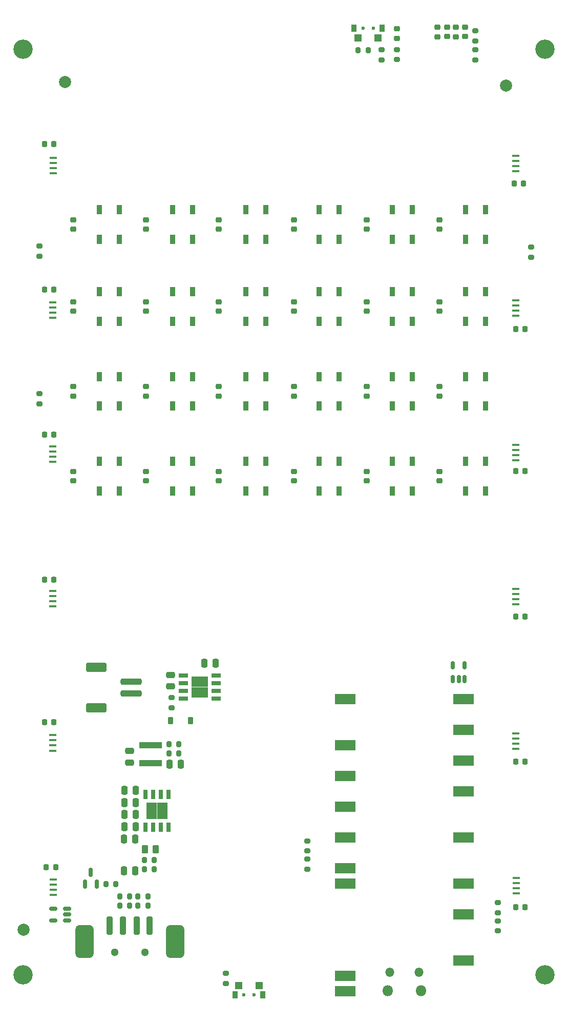
<source format=gbr>
%TF.GenerationSoftware,KiCad,Pcbnew,(7.0.0-0)*%
%TF.CreationDate,2023-03-24T11:45:06-07:00*%
%TF.ProjectId,dfh_badge,6466685f-6261-4646-9765-2e6b69636164,rev?*%
%TF.SameCoordinates,Original*%
%TF.FileFunction,Soldermask,Top*%
%TF.FilePolarity,Negative*%
%FSLAX46Y46*%
G04 Gerber Fmt 4.6, Leading zero omitted, Abs format (unit mm)*
G04 Created by KiCad (PCBNEW (7.0.0-0)) date 2023-03-24 11:45:06*
%MOMM*%
%LPD*%
G01*
G04 APERTURE LIST*
G04 Aperture macros list*
%AMRoundRect*
0 Rectangle with rounded corners*
0 $1 Rounding radius*
0 $2 $3 $4 $5 $6 $7 $8 $9 X,Y pos of 4 corners*
0 Add a 4 corners polygon primitive as box body*
4,1,4,$2,$3,$4,$5,$6,$7,$8,$9,$2,$3,0*
0 Add four circle primitives for the rounded corners*
1,1,$1+$1,$2,$3*
1,1,$1+$1,$4,$5*
1,1,$1+$1,$6,$7*
1,1,$1+$1,$8,$9*
0 Add four rect primitives between the rounded corners*
20,1,$1+$1,$2,$3,$4,$5,0*
20,1,$1+$1,$4,$5,$6,$7,0*
20,1,$1+$1,$6,$7,$8,$9,0*
20,1,$1+$1,$8,$9,$2,$3,0*%
G04 Aperture macros list end*
%ADD10RoundRect,0.225000X0.250000X-0.225000X0.250000X0.225000X-0.250000X0.225000X-0.250000X-0.225000X0*%
%ADD11RoundRect,0.225000X0.225000X0.250000X-0.225000X0.250000X-0.225000X-0.250000X0.225000X-0.250000X0*%
%ADD12R,0.900000X1.500000*%
%ADD13RoundRect,0.150000X0.512500X0.150000X-0.512500X0.150000X-0.512500X-0.150000X0.512500X-0.150000X0*%
%ADD14C,3.200000*%
%ADD15RoundRect,0.200000X-0.275000X0.200000X-0.275000X-0.200000X0.275000X-0.200000X0.275000X0.200000X0*%
%ADD16RoundRect,0.225000X-0.225000X-0.250000X0.225000X-0.250000X0.225000X0.250000X-0.225000X0.250000X0*%
%ADD17RoundRect,0.200000X-0.200000X-0.275000X0.200000X-0.275000X0.200000X0.275000X-0.200000X0.275000X0*%
%ADD18RoundRect,0.250000X-0.250000X-0.475000X0.250000X-0.475000X0.250000X0.475000X-0.250000X0.475000X0*%
%ADD19RoundRect,0.200000X0.200000X0.275000X-0.200000X0.275000X-0.200000X-0.275000X0.200000X-0.275000X0*%
%ADD20R,1.300000X0.420000*%
%ADD21RoundRect,0.250000X0.250000X0.475000X-0.250000X0.475000X-0.250000X-0.475000X0.250000X-0.475000X0*%
%ADD22C,0.600000*%
%ADD23R,1.150000X1.300000*%
%ADD24R,0.900000X1.200000*%
%ADD25RoundRect,0.250000X0.475000X-0.250000X0.475000X0.250000X-0.475000X0.250000X-0.475000X-0.250000X0*%
%ADD26C,2.000000*%
%ADD27C,1.300000*%
%ADD28RoundRect,0.250000X0.250000X-1.250000X0.250000X1.250000X-0.250000X1.250000X-0.250000X-1.250000X0*%
%ADD29RoundRect,0.750000X-0.750000X-2.000000X0.750000X-2.000000X0.750000X2.000000X-0.750000X2.000000X0*%
%ADD30RoundRect,0.150000X0.150000X-0.512500X0.150000X0.512500X-0.150000X0.512500X-0.150000X-0.512500X0*%
%ADD31RoundRect,0.250000X-1.500000X0.250000X-1.500000X-0.250000X1.500000X-0.250000X1.500000X0.250000X0*%
%ADD32RoundRect,0.250001X-1.449999X0.499999X-1.449999X-0.499999X1.449999X-0.499999X1.449999X0.499999X0*%
%ADD33R,1.500000X0.650000*%
%ADD34R,1.350000X1.800000*%
%ADD35RoundRect,0.225000X0.225000X0.375000X-0.225000X0.375000X-0.225000X-0.375000X0.225000X-0.375000X0*%
%ADD36R,3.700000X1.100000*%
%ADD37RoundRect,0.250000X-0.475000X0.250000X-0.475000X-0.250000X0.475000X-0.250000X0.475000X0.250000X0*%
%ADD38RoundRect,0.250000X0.262500X0.450000X-0.262500X0.450000X-0.262500X-0.450000X0.262500X-0.450000X0*%
%ADD39O,1.800000X1.800000*%
%ADD40O,1.500000X1.500000*%
%ADD41R,3.500000X1.700000*%
%ADD42RoundRect,0.218750X0.256250X-0.218750X0.256250X0.218750X-0.256250X0.218750X-0.256250X-0.218750X0*%
%ADD43RoundRect,0.218750X-0.256250X0.218750X-0.256250X-0.218750X0.256250X-0.218750X0.256250X0.218750X0*%
%ADD44R,0.650000X1.500000*%
%ADD45R,1.800000X1.350000*%
%ADD46RoundRect,0.150000X0.150000X-0.587500X0.150000X0.587500X-0.150000X0.587500X-0.150000X-0.587500X0*%
%ADD47RoundRect,0.200000X0.275000X-0.200000X0.275000X0.200000X-0.275000X0.200000X-0.275000X-0.200000X0*%
G04 APERTURE END LIST*
D10*
%TO.C,C22*%
X41275000Y-81350000D03*
X41275000Y-79800000D03*
%TD*%
D11*
%TO.C,C45*%
X115975001Y-141752500D03*
X114425001Y-141752500D03*
%TD*%
D12*
%TO.C,D26*%
X97324999Y-50574999D03*
X94024999Y-50574999D03*
X94024999Y-55474999D03*
X97324999Y-55474999D03*
%TD*%
D13*
%TO.C,U2*%
X40237500Y-167950000D03*
X40237500Y-167000000D03*
X40237500Y-166050000D03*
X37962500Y-166050000D03*
X37962500Y-167950000D03*
%TD*%
D14*
%TO.C,REF\u002A\u002A*%
X33000000Y-24075000D03*
%TD*%
D15*
%TO.C,R23*%
X111450000Y-168075000D03*
X111450000Y-169725000D03*
%TD*%
D16*
%TO.C,C40*%
X36540000Y-87725000D03*
X38090000Y-87725000D03*
%TD*%
D17*
%TO.C,R9*%
X53020000Y-159500000D03*
X54670000Y-159500000D03*
%TD*%
D18*
%TO.C,C5*%
X57190000Y-142170000D03*
X59090000Y-142170000D03*
%TD*%
D19*
%TO.C,R16*%
X58735000Y-140400000D03*
X57085000Y-140400000D03*
%TD*%
D20*
%TO.C,D33*%
X37849999Y-113534999D03*
X37849999Y-114384999D03*
X37849999Y-115234999D03*
X37849999Y-116084999D03*
%TD*%
D10*
%TO.C,C12*%
X89775000Y-95350000D03*
X89775000Y-93800000D03*
%TD*%
%TO.C,C29*%
X101775000Y-53800000D03*
X101775000Y-52250000D03*
%TD*%
D21*
%TO.C,C10*%
X51595000Y-146500000D03*
X49695000Y-146500000D03*
%TD*%
D22*
%TO.C,SW2*%
X89150000Y-20625000D03*
X90850000Y-20625000D03*
D23*
X88324999Y-22174999D03*
X91674999Y-22174999D03*
D24*
X87699999Y-20624999D03*
X92299999Y-20624999D03*
%TD*%
D20*
%TO.C,D39*%
X114399999Y-91929999D03*
X114399999Y-91079999D03*
X114399999Y-90229999D03*
X114399999Y-89379999D03*
%TD*%
D12*
%TO.C,D13*%
X109424999Y-78124999D03*
X106124999Y-78124999D03*
X106124999Y-83024999D03*
X109424999Y-83024999D03*
%TD*%
D20*
%TO.C,D36*%
X37949999Y-41999999D03*
X37949999Y-42849999D03*
X37949999Y-43699999D03*
X37949999Y-44549999D03*
%TD*%
%TO.C,D42*%
X114487499Y-163474999D03*
X114487499Y-162624999D03*
X114487499Y-161774999D03*
X114487499Y-160924999D03*
%TD*%
D10*
%TO.C,C32*%
X65275000Y-53800000D03*
X65275000Y-52250000D03*
%TD*%
D25*
%TO.C,C1*%
X57350000Y-129295000D03*
X57350000Y-127395000D03*
%TD*%
D12*
%TO.C,D8*%
X97324999Y-92124999D03*
X94024999Y-92124999D03*
X94024999Y-97024999D03*
X97324999Y-97024999D03*
%TD*%
D26*
%TO.C,FID1*%
X33100000Y-169500000D03*
%TD*%
D15*
%TO.C,R6*%
X117000000Y-56775000D03*
X117000000Y-58425000D03*
%TD*%
D20*
%TO.C,D40*%
X114399999Y-115769999D03*
X114399999Y-114919999D03*
X114399999Y-114069999D03*
X114399999Y-113219999D03*
%TD*%
D27*
%TO.C,J2*%
X48100000Y-173200000D03*
X53100000Y-173200000D03*
D28*
X47300000Y-168800000D03*
X49450000Y-168800000D03*
X51750000Y-168800000D03*
X53900000Y-168800000D03*
D29*
X43100000Y-171500000D03*
X58100000Y-171500000D03*
%TD*%
D12*
%TO.C,D14*%
X97324999Y-78124999D03*
X94024999Y-78124999D03*
X94024999Y-83024999D03*
X97324999Y-83024999D03*
%TD*%
%TO.C,D24*%
X48924999Y-64124999D03*
X45624999Y-64124999D03*
X45624999Y-69024999D03*
X48924999Y-69024999D03*
%TD*%
D19*
%TO.C,R17*%
X58735000Y-138900000D03*
X57085000Y-138900000D03*
%TD*%
D26*
%TO.C,FID2*%
X112800000Y-30100000D03*
%TD*%
D10*
%TO.C,C26*%
X65275000Y-67350000D03*
X65275000Y-65800000D03*
%TD*%
%TO.C,C16*%
X41275000Y-95350000D03*
X41275000Y-93800000D03*
%TD*%
D12*
%TO.C,D28*%
X73124999Y-50574999D03*
X69824999Y-50574999D03*
X69824999Y-55474999D03*
X73124999Y-55474999D03*
%TD*%
D16*
%TO.C,C35*%
X36539999Y-39725000D03*
X38089999Y-39725000D03*
%TD*%
D20*
%TO.C,D41*%
X114399999Y-139609999D03*
X114399999Y-138759999D03*
X114399999Y-137909999D03*
X114399999Y-137059999D03*
%TD*%
D10*
%TO.C,C33*%
X53275000Y-53800000D03*
X53275000Y-52250000D03*
%TD*%
D30*
%TO.C,U1*%
X104050000Y-128137500D03*
X105000000Y-128137500D03*
X105950000Y-128137500D03*
X105950000Y-125862500D03*
X104050000Y-125862500D03*
%TD*%
D12*
%TO.C,D29*%
X61024999Y-50574999D03*
X57724999Y-50574999D03*
X57724999Y-55474999D03*
X61024999Y-55474999D03*
%TD*%
D14*
%TO.C,REF\u002A\u002A*%
X119250000Y-177000000D03*
%TD*%
D20*
%TO.C,D38*%
X114399999Y-68089999D03*
X114399999Y-67239999D03*
X114399999Y-66389999D03*
X114399999Y-65539999D03*
%TD*%
D10*
%TO.C,C11*%
X101775000Y-95350000D03*
X101775000Y-93800000D03*
%TD*%
D12*
%TO.C,D25*%
X109424999Y-50574999D03*
X106124999Y-50574999D03*
X106124999Y-55474999D03*
X109424999Y-55474999D03*
%TD*%
D10*
%TO.C,C18*%
X89775000Y-81350000D03*
X89775000Y-79800000D03*
%TD*%
%TO.C,C25*%
X77775000Y-67350000D03*
X77775000Y-65800000D03*
%TD*%
D31*
%TO.C,J1*%
X50850000Y-128500000D03*
X50850000Y-130500000D03*
D32*
X45100000Y-126150000D03*
X45100000Y-132850000D03*
%TD*%
D20*
%TO.C,D35*%
X37849999Y-65854999D03*
X37849999Y-66704999D03*
X37849999Y-67554999D03*
X37849999Y-68404999D03*
%TD*%
D10*
%TO.C,C17*%
X101775000Y-81350000D03*
X101775000Y-79800000D03*
%TD*%
D15*
%TO.C,R7*%
X57500000Y-131175000D03*
X57500000Y-132825000D03*
%TD*%
%TO.C,R14*%
X92250000Y-24175000D03*
X92250000Y-25825000D03*
%TD*%
D10*
%TO.C,C15*%
X53275000Y-95350000D03*
X53275000Y-93800000D03*
%TD*%
D16*
%TO.C,C36*%
X36815000Y-159225000D03*
X38365000Y-159225000D03*
%TD*%
D33*
%TO.C,U4*%
X64874999Y-131304999D03*
X64874999Y-130034999D03*
X64874999Y-128764999D03*
X64874999Y-127494999D03*
X59474999Y-127494999D03*
X59474999Y-128764999D03*
X59474999Y-130034999D03*
X59474999Y-131304999D03*
D34*
X62849999Y-130299999D03*
X62849999Y-128499999D03*
X61499999Y-130299999D03*
X61499999Y-128499999D03*
%TD*%
D10*
%TO.C,C23*%
X101775000Y-67350000D03*
X101775000Y-65800000D03*
%TD*%
%TO.C,C24*%
X89775000Y-67350000D03*
X89775000Y-65800000D03*
%TD*%
D16*
%TO.C,C39*%
X36540000Y-63725000D03*
X38090000Y-63725000D03*
%TD*%
D12*
%TO.C,D10*%
X73124999Y-92124999D03*
X69824999Y-92124999D03*
X69824999Y-97024999D03*
X73124999Y-97024999D03*
%TD*%
D10*
%TO.C,C34*%
X41275000Y-53800000D03*
X41275000Y-52250000D03*
%TD*%
D12*
%TO.C,D20*%
X97324999Y-64124999D03*
X94024999Y-64124999D03*
X94024999Y-69024999D03*
X97324999Y-69024999D03*
%TD*%
D21*
%TO.C,C4*%
X64850000Y-125500000D03*
X62950000Y-125500000D03*
%TD*%
D15*
%TO.C,R11*%
X107750000Y-21025000D03*
X107750000Y-22675000D03*
%TD*%
D12*
%TO.C,D23*%
X61024999Y-64124999D03*
X57724999Y-64124999D03*
X57724999Y-69024999D03*
X61024999Y-69024999D03*
%TD*%
D35*
%TO.C,D1*%
X60650000Y-135000000D03*
X57350000Y-135000000D03*
%TD*%
D21*
%TO.C,C3*%
X51545000Y-154500000D03*
X49645000Y-154500000D03*
%TD*%
D17*
%TO.C,R18*%
X48950000Y-164000000D03*
X50600000Y-164000000D03*
%TD*%
D14*
%TO.C,REF\u002A\u002A*%
X33000000Y-177000000D03*
%TD*%
D12*
%TO.C,D21*%
X85224999Y-64124999D03*
X81924999Y-64124999D03*
X81924999Y-69024999D03*
X85224999Y-69024999D03*
%TD*%
D10*
%TO.C,C27*%
X53275000Y-67350000D03*
X53275000Y-65800000D03*
%TD*%
D12*
%TO.C,D15*%
X85224999Y-78124999D03*
X81924999Y-78124999D03*
X81924999Y-83024999D03*
X85224999Y-83024999D03*
%TD*%
D15*
%TO.C,R5*%
X66505000Y-176725000D03*
X66505000Y-178375000D03*
%TD*%
D10*
%TO.C,C28*%
X41275000Y-67350000D03*
X41275000Y-65800000D03*
%TD*%
D20*
%TO.C,D34*%
X37849999Y-89694999D03*
X37849999Y-90544999D03*
X37849999Y-91394999D03*
X37849999Y-92244999D03*
%TD*%
D17*
%TO.C,R22*%
X51950000Y-165500000D03*
X53600000Y-165500000D03*
%TD*%
D36*
%TO.C,L1*%
X54094999Y-141999999D03*
X54094999Y-138999999D03*
%TD*%
D37*
%TO.C,C6*%
X50595000Y-140000000D03*
X50595000Y-141900000D03*
%TD*%
D19*
%TO.C,R21*%
X53600000Y-164000000D03*
X51950000Y-164000000D03*
%TD*%
D38*
%TO.C,F1*%
X54912500Y-156250000D03*
X53087500Y-156250000D03*
%TD*%
D39*
%TO.C,U3*%
X98724999Y-179569999D03*
D40*
X98424999Y-176539999D03*
X93574999Y-176539999D03*
D39*
X93274999Y-179569999D03*
D41*
X105789999Y-174619999D03*
X105789999Y-166999999D03*
X105789999Y-161919999D03*
X105789999Y-154299999D03*
X105789999Y-146679999D03*
X105789999Y-141599999D03*
X105789999Y-136519999D03*
X105789999Y-131439999D03*
X86209999Y-131439999D03*
X86209999Y-139059999D03*
X86209999Y-144139999D03*
X86209999Y-149219999D03*
X86209999Y-154299999D03*
X86209999Y-159379999D03*
X86209999Y-161919999D03*
X86209999Y-177159999D03*
X86209999Y-179699999D03*
%TD*%
D15*
%TO.C,R2*%
X79990000Y-154855000D03*
X79990000Y-156505000D03*
%TD*%
D12*
%TO.C,D27*%
X85224999Y-50574999D03*
X81924999Y-50574999D03*
X81924999Y-55474999D03*
X85224999Y-55474999D03*
%TD*%
D10*
%TO.C,C31*%
X77775000Y-53800000D03*
X77775000Y-52250000D03*
%TD*%
D20*
%TO.C,D37*%
X114399999Y-44249999D03*
X114399999Y-43399999D03*
X114399999Y-42549999D03*
X114399999Y-41699999D03*
%TD*%
D42*
%TO.C,D3*%
X103040000Y-21962500D03*
X103040000Y-20387500D03*
%TD*%
D11*
%TO.C,C44*%
X115975001Y-93752500D03*
X114425001Y-93752500D03*
%TD*%
D42*
%TO.C,D5*%
X106040000Y-21975000D03*
X106040000Y-20400000D03*
%TD*%
D10*
%TO.C,C13*%
X77775000Y-95350000D03*
X77775000Y-93800000D03*
%TD*%
D43*
%TO.C,D4*%
X104500000Y-20412500D03*
X104500000Y-21987500D03*
%TD*%
D26*
%TO.C,FID3*%
X39900000Y-29500000D03*
%TD*%
D11*
%TO.C,C43*%
X115975001Y-70252500D03*
X114425001Y-70252500D03*
%TD*%
D44*
%TO.C,U5*%
X53194999Y-152599999D03*
X54464999Y-152599999D03*
X55734999Y-152599999D03*
X57004999Y-152599999D03*
X57004999Y-147199999D03*
X55734999Y-147199999D03*
X54464999Y-147199999D03*
X53194999Y-147199999D03*
D45*
X54199999Y-150574999D03*
X55999999Y-150574999D03*
X54199999Y-149224999D03*
X55999999Y-149224999D03*
%TD*%
D19*
%TO.C,R13*%
X48325000Y-162000000D03*
X46675000Y-162000000D03*
%TD*%
D12*
%TO.C,D12*%
X48924999Y-92124999D03*
X45624999Y-92124999D03*
X45624999Y-97024999D03*
X48924999Y-97024999D03*
%TD*%
D19*
%TO.C,R15*%
X90000000Y-24250000D03*
X88350000Y-24250000D03*
%TD*%
D16*
%TO.C,C38*%
X36540000Y-111725000D03*
X38090000Y-111725000D03*
%TD*%
D14*
%TO.C,REF\u002A\u002A*%
X119250000Y-24075000D03*
%TD*%
D21*
%TO.C,C9*%
X51595000Y-148500000D03*
X49695000Y-148500000D03*
%TD*%
D11*
%TO.C,C46*%
X115975001Y-117752500D03*
X114425001Y-117752500D03*
%TD*%
D10*
%TO.C,C14*%
X65275000Y-95350000D03*
X65275000Y-93800000D03*
%TD*%
D43*
%TO.C,D2*%
X101500000Y-20412500D03*
X101500000Y-21987500D03*
%TD*%
D16*
%TO.C,C37*%
X36540000Y-135225000D03*
X38090000Y-135225000D03*
%TD*%
D15*
%TO.C,R4*%
X35700000Y-80975000D03*
X35700000Y-82625000D03*
%TD*%
D12*
%TO.C,D22*%
X73124999Y-64124999D03*
X69824999Y-64124999D03*
X69824999Y-69024999D03*
X73124999Y-69024999D03*
%TD*%
D10*
%TO.C,C20*%
X65275000Y-81350000D03*
X65275000Y-79800000D03*
%TD*%
D15*
%TO.C,R3*%
X80000000Y-157850000D03*
X80000000Y-159500000D03*
%TD*%
D10*
%TO.C,C21*%
X53275000Y-81350000D03*
X53275000Y-79800000D03*
%TD*%
D19*
%TO.C,R19*%
X50600000Y-165500000D03*
X48950000Y-165500000D03*
%TD*%
D46*
%TO.C,Q1*%
X43225000Y-161937500D03*
X45125000Y-161937500D03*
X44175000Y-160062500D03*
%TD*%
D22*
%TO.C,SW1*%
X71150000Y-180300000D03*
X69450000Y-180300000D03*
D23*
X71974999Y-178749999D03*
X68624999Y-178749999D03*
D24*
X72599999Y-180299999D03*
X67999999Y-180299999D03*
%TD*%
D12*
%TO.C,D7*%
X109424999Y-92124999D03*
X106124999Y-92124999D03*
X106124999Y-97024999D03*
X109424999Y-97024999D03*
%TD*%
%TO.C,D17*%
X61024999Y-78124999D03*
X57724999Y-78124999D03*
X57724999Y-83024999D03*
X61024999Y-83024999D03*
%TD*%
D11*
%TO.C,C42*%
X115700001Y-46252500D03*
X114150001Y-46252500D03*
%TD*%
D10*
%TO.C,C30*%
X89775000Y-53800000D03*
X89775000Y-52250000D03*
%TD*%
D20*
%TO.C,D32*%
X37849999Y-137374999D03*
X37849999Y-138224999D03*
X37849999Y-139074999D03*
X37849999Y-139924999D03*
%TD*%
D43*
%TO.C,D6*%
X94750000Y-20675000D03*
X94750000Y-22250000D03*
%TD*%
D10*
%TO.C,C19*%
X77775000Y-81350000D03*
X77775000Y-79800000D03*
%TD*%
D15*
%TO.C,R10*%
X107750000Y-24175000D03*
X107750000Y-25825000D03*
%TD*%
D12*
%TO.C,D16*%
X73124999Y-78124999D03*
X69824999Y-78124999D03*
X69824999Y-83024999D03*
X73124999Y-83024999D03*
%TD*%
D20*
%TO.C,D31*%
X37999999Y-161224999D03*
X37999999Y-162074999D03*
X37999999Y-162924999D03*
X37999999Y-163774999D03*
%TD*%
D19*
%TO.C,R8*%
X54670000Y-158000000D03*
X53020000Y-158000000D03*
%TD*%
D21*
%TO.C,C7*%
X51595000Y-152500000D03*
X49695000Y-152500000D03*
%TD*%
%TO.C,C8*%
X51595000Y-150500000D03*
X49695000Y-150500000D03*
%TD*%
D12*
%TO.C,D18*%
X48924999Y-78124999D03*
X45624999Y-78124999D03*
X45624999Y-83024999D03*
X48924999Y-83024999D03*
%TD*%
%TO.C,D9*%
X85224999Y-92124999D03*
X81924999Y-92124999D03*
X81924999Y-97024999D03*
X85224999Y-97024999D03*
%TD*%
D21*
%TO.C,C2*%
X51545000Y-159750000D03*
X49645000Y-159750000D03*
%TD*%
D12*
%TO.C,D19*%
X109424999Y-64124999D03*
X106124999Y-64124999D03*
X106124999Y-69024999D03*
X109424999Y-69024999D03*
%TD*%
%TO.C,D11*%
X61024999Y-92124999D03*
X57724999Y-92124999D03*
X57724999Y-97024999D03*
X61024999Y-97024999D03*
%TD*%
D47*
%TO.C,R20*%
X94750000Y-25787500D03*
X94750000Y-24137500D03*
%TD*%
D12*
%TO.C,D30*%
X48924999Y-50574999D03*
X45624999Y-50574999D03*
X45624999Y-55474999D03*
X48924999Y-55474999D03*
%TD*%
D15*
%TO.C,R12*%
X111450000Y-165050000D03*
X111450000Y-166700000D03*
%TD*%
D11*
%TO.C,C41*%
X115975002Y-165752500D03*
X114425002Y-165752500D03*
%TD*%
D15*
%TO.C,R1*%
X35700000Y-56575000D03*
X35700000Y-58225000D03*
%TD*%
M02*

</source>
